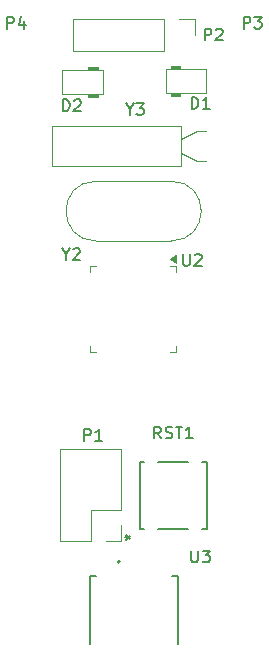
<source format=gbr>
%TF.GenerationSoftware,KiCad,Pcbnew,9.0.0*%
%TF.CreationDate,2025-02-28T11:04:11+07:00*%
%TF.ProjectId,SMT32_Bluepill,534d5433-325f-4426-9c75-6570696c6c2e,rev?*%
%TF.SameCoordinates,Original*%
%TF.FileFunction,Legend,Top*%
%TF.FilePolarity,Positive*%
%FSLAX46Y46*%
G04 Gerber Fmt 4.6, Leading zero omitted, Abs format (unit mm)*
G04 Created by KiCad (PCBNEW 9.0.0) date 2025-02-28 11:04:11*
%MOMM*%
%LPD*%
G01*
G04 APERTURE LIST*
%ADD10C,0.150000*%
%ADD11C,0.120000*%
%ADD12C,0.127000*%
%ADD13C,0.200000*%
%ADD14C,0.152400*%
G04 APERTURE END LIST*
D10*
X34138095Y-67054819D02*
X34138095Y-67864342D01*
X34138095Y-67864342D02*
X34185714Y-67959580D01*
X34185714Y-67959580D02*
X34233333Y-68007200D01*
X34233333Y-68007200D02*
X34328571Y-68054819D01*
X34328571Y-68054819D02*
X34519047Y-68054819D01*
X34519047Y-68054819D02*
X34614285Y-68007200D01*
X34614285Y-68007200D02*
X34661904Y-67959580D01*
X34661904Y-67959580D02*
X34709523Y-67864342D01*
X34709523Y-67864342D02*
X34709523Y-67054819D01*
X35138095Y-67150057D02*
X35185714Y-67102438D01*
X35185714Y-67102438D02*
X35280952Y-67054819D01*
X35280952Y-67054819D02*
X35519047Y-67054819D01*
X35519047Y-67054819D02*
X35614285Y-67102438D01*
X35614285Y-67102438D02*
X35661904Y-67150057D01*
X35661904Y-67150057D02*
X35709523Y-67245295D01*
X35709523Y-67245295D02*
X35709523Y-67340533D01*
X35709523Y-67340533D02*
X35661904Y-67483390D01*
X35661904Y-67483390D02*
X35090476Y-68054819D01*
X35090476Y-68054819D02*
X35709523Y-68054819D01*
X34838095Y-92154819D02*
X34838095Y-92964342D01*
X34838095Y-92964342D02*
X34885714Y-93059580D01*
X34885714Y-93059580D02*
X34933333Y-93107200D01*
X34933333Y-93107200D02*
X35028571Y-93154819D01*
X35028571Y-93154819D02*
X35219047Y-93154819D01*
X35219047Y-93154819D02*
X35314285Y-93107200D01*
X35314285Y-93107200D02*
X35361904Y-93059580D01*
X35361904Y-93059580D02*
X35409523Y-92964342D01*
X35409523Y-92964342D02*
X35409523Y-92154819D01*
X35790476Y-92154819D02*
X36409523Y-92154819D01*
X36409523Y-92154819D02*
X36076190Y-92535771D01*
X36076190Y-92535771D02*
X36219047Y-92535771D01*
X36219047Y-92535771D02*
X36314285Y-92583390D01*
X36314285Y-92583390D02*
X36361904Y-92631009D01*
X36361904Y-92631009D02*
X36409523Y-92726247D01*
X36409523Y-92726247D02*
X36409523Y-92964342D01*
X36409523Y-92964342D02*
X36361904Y-93059580D01*
X36361904Y-93059580D02*
X36314285Y-93107200D01*
X36314285Y-93107200D02*
X36219047Y-93154819D01*
X36219047Y-93154819D02*
X35933333Y-93154819D01*
X35933333Y-93154819D02*
X35838095Y-93107200D01*
X35838095Y-93107200D02*
X35790476Y-93059580D01*
X32276190Y-82654819D02*
X31942857Y-82178628D01*
X31704762Y-82654819D02*
X31704762Y-81654819D01*
X31704762Y-81654819D02*
X32085714Y-81654819D01*
X32085714Y-81654819D02*
X32180952Y-81702438D01*
X32180952Y-81702438D02*
X32228571Y-81750057D01*
X32228571Y-81750057D02*
X32276190Y-81845295D01*
X32276190Y-81845295D02*
X32276190Y-81988152D01*
X32276190Y-81988152D02*
X32228571Y-82083390D01*
X32228571Y-82083390D02*
X32180952Y-82131009D01*
X32180952Y-82131009D02*
X32085714Y-82178628D01*
X32085714Y-82178628D02*
X31704762Y-82178628D01*
X32657143Y-82607200D02*
X32800000Y-82654819D01*
X32800000Y-82654819D02*
X33038095Y-82654819D01*
X33038095Y-82654819D02*
X33133333Y-82607200D01*
X33133333Y-82607200D02*
X33180952Y-82559580D01*
X33180952Y-82559580D02*
X33228571Y-82464342D01*
X33228571Y-82464342D02*
X33228571Y-82369104D01*
X33228571Y-82369104D02*
X33180952Y-82273866D01*
X33180952Y-82273866D02*
X33133333Y-82226247D01*
X33133333Y-82226247D02*
X33038095Y-82178628D01*
X33038095Y-82178628D02*
X32847619Y-82131009D01*
X32847619Y-82131009D02*
X32752381Y-82083390D01*
X32752381Y-82083390D02*
X32704762Y-82035771D01*
X32704762Y-82035771D02*
X32657143Y-81940533D01*
X32657143Y-81940533D02*
X32657143Y-81845295D01*
X32657143Y-81845295D02*
X32704762Y-81750057D01*
X32704762Y-81750057D02*
X32752381Y-81702438D01*
X32752381Y-81702438D02*
X32847619Y-81654819D01*
X32847619Y-81654819D02*
X33085714Y-81654819D01*
X33085714Y-81654819D02*
X33228571Y-81702438D01*
X33514286Y-81654819D02*
X34085714Y-81654819D01*
X33800000Y-82654819D02*
X33800000Y-81654819D01*
X34942857Y-82654819D02*
X34371429Y-82654819D01*
X34657143Y-82654819D02*
X34657143Y-81654819D01*
X34657143Y-81654819D02*
X34561905Y-81797676D01*
X34561905Y-81797676D02*
X34466667Y-81892914D01*
X34466667Y-81892914D02*
X34371429Y-81940533D01*
X29203019Y-91035949D02*
X29441114Y-91035949D01*
X29345876Y-91274044D02*
X29441114Y-91035949D01*
X29441114Y-91035949D02*
X29345876Y-90797854D01*
X29631590Y-91178806D02*
X29441114Y-91035949D01*
X29441114Y-91035949D02*
X29631590Y-90893092D01*
X29203019Y-91035949D02*
X29441114Y-91035949D01*
X29345876Y-91274044D02*
X29441114Y-91035949D01*
X29441114Y-91035949D02*
X29345876Y-90797854D01*
X29631590Y-91178806D02*
X29441114Y-91035949D01*
X29441114Y-91035949D02*
X29631590Y-90893092D01*
X23961905Y-54954819D02*
X23961905Y-53954819D01*
X23961905Y-53954819D02*
X24200000Y-53954819D01*
X24200000Y-53954819D02*
X24342857Y-54002438D01*
X24342857Y-54002438D02*
X24438095Y-54097676D01*
X24438095Y-54097676D02*
X24485714Y-54192914D01*
X24485714Y-54192914D02*
X24533333Y-54383390D01*
X24533333Y-54383390D02*
X24533333Y-54526247D01*
X24533333Y-54526247D02*
X24485714Y-54716723D01*
X24485714Y-54716723D02*
X24438095Y-54811961D01*
X24438095Y-54811961D02*
X24342857Y-54907200D01*
X24342857Y-54907200D02*
X24200000Y-54954819D01*
X24200000Y-54954819D02*
X23961905Y-54954819D01*
X24914286Y-54050057D02*
X24961905Y-54002438D01*
X24961905Y-54002438D02*
X25057143Y-53954819D01*
X25057143Y-53954819D02*
X25295238Y-53954819D01*
X25295238Y-53954819D02*
X25390476Y-54002438D01*
X25390476Y-54002438D02*
X25438095Y-54050057D01*
X25438095Y-54050057D02*
X25485714Y-54145295D01*
X25485714Y-54145295D02*
X25485714Y-54240533D01*
X25485714Y-54240533D02*
X25438095Y-54383390D01*
X25438095Y-54383390D02*
X24866667Y-54954819D01*
X24866667Y-54954819D02*
X25485714Y-54954819D01*
X29623809Y-54778628D02*
X29623809Y-55254819D01*
X29290476Y-54254819D02*
X29623809Y-54778628D01*
X29623809Y-54778628D02*
X29957142Y-54254819D01*
X30195238Y-54254819D02*
X30814285Y-54254819D01*
X30814285Y-54254819D02*
X30480952Y-54635771D01*
X30480952Y-54635771D02*
X30623809Y-54635771D01*
X30623809Y-54635771D02*
X30719047Y-54683390D01*
X30719047Y-54683390D02*
X30766666Y-54731009D01*
X30766666Y-54731009D02*
X30814285Y-54826247D01*
X30814285Y-54826247D02*
X30814285Y-55064342D01*
X30814285Y-55064342D02*
X30766666Y-55159580D01*
X30766666Y-55159580D02*
X30719047Y-55207200D01*
X30719047Y-55207200D02*
X30623809Y-55254819D01*
X30623809Y-55254819D02*
X30338095Y-55254819D01*
X30338095Y-55254819D02*
X30242857Y-55207200D01*
X30242857Y-55207200D02*
X30195238Y-55159580D01*
X34861905Y-54754819D02*
X34861905Y-53754819D01*
X34861905Y-53754819D02*
X35100000Y-53754819D01*
X35100000Y-53754819D02*
X35242857Y-53802438D01*
X35242857Y-53802438D02*
X35338095Y-53897676D01*
X35338095Y-53897676D02*
X35385714Y-53992914D01*
X35385714Y-53992914D02*
X35433333Y-54183390D01*
X35433333Y-54183390D02*
X35433333Y-54326247D01*
X35433333Y-54326247D02*
X35385714Y-54516723D01*
X35385714Y-54516723D02*
X35338095Y-54611961D01*
X35338095Y-54611961D02*
X35242857Y-54707200D01*
X35242857Y-54707200D02*
X35100000Y-54754819D01*
X35100000Y-54754819D02*
X34861905Y-54754819D01*
X36385714Y-54754819D02*
X35814286Y-54754819D01*
X36100000Y-54754819D02*
X36100000Y-53754819D01*
X36100000Y-53754819D02*
X36004762Y-53897676D01*
X36004762Y-53897676D02*
X35909524Y-53992914D01*
X35909524Y-53992914D02*
X35814286Y-54040533D01*
X24223809Y-67078628D02*
X24223809Y-67554819D01*
X23890476Y-66554819D02*
X24223809Y-67078628D01*
X24223809Y-67078628D02*
X24557142Y-66554819D01*
X24842857Y-66650057D02*
X24890476Y-66602438D01*
X24890476Y-66602438D02*
X24985714Y-66554819D01*
X24985714Y-66554819D02*
X25223809Y-66554819D01*
X25223809Y-66554819D02*
X25319047Y-66602438D01*
X25319047Y-66602438D02*
X25366666Y-66650057D01*
X25366666Y-66650057D02*
X25414285Y-66745295D01*
X25414285Y-66745295D02*
X25414285Y-66840533D01*
X25414285Y-66840533D02*
X25366666Y-66983390D01*
X25366666Y-66983390D02*
X24795238Y-67554819D01*
X24795238Y-67554819D02*
X25414285Y-67554819D01*
X25761905Y-82854819D02*
X25761905Y-81854819D01*
X25761905Y-81854819D02*
X26142857Y-81854819D01*
X26142857Y-81854819D02*
X26238095Y-81902438D01*
X26238095Y-81902438D02*
X26285714Y-81950057D01*
X26285714Y-81950057D02*
X26333333Y-82045295D01*
X26333333Y-82045295D02*
X26333333Y-82188152D01*
X26333333Y-82188152D02*
X26285714Y-82283390D01*
X26285714Y-82283390D02*
X26238095Y-82331009D01*
X26238095Y-82331009D02*
X26142857Y-82378628D01*
X26142857Y-82378628D02*
X25761905Y-82378628D01*
X27285714Y-82854819D02*
X26714286Y-82854819D01*
X27000000Y-82854819D02*
X27000000Y-81854819D01*
X27000000Y-81854819D02*
X26904762Y-81997676D01*
X26904762Y-81997676D02*
X26809524Y-82092914D01*
X26809524Y-82092914D02*
X26714286Y-82140533D01*
X35961905Y-48954819D02*
X35961905Y-47954819D01*
X35961905Y-47954819D02*
X36342857Y-47954819D01*
X36342857Y-47954819D02*
X36438095Y-48002438D01*
X36438095Y-48002438D02*
X36485714Y-48050057D01*
X36485714Y-48050057D02*
X36533333Y-48145295D01*
X36533333Y-48145295D02*
X36533333Y-48288152D01*
X36533333Y-48288152D02*
X36485714Y-48383390D01*
X36485714Y-48383390D02*
X36438095Y-48431009D01*
X36438095Y-48431009D02*
X36342857Y-48478628D01*
X36342857Y-48478628D02*
X35961905Y-48478628D01*
X36914286Y-48050057D02*
X36961905Y-48002438D01*
X36961905Y-48002438D02*
X37057143Y-47954819D01*
X37057143Y-47954819D02*
X37295238Y-47954819D01*
X37295238Y-47954819D02*
X37390476Y-48002438D01*
X37390476Y-48002438D02*
X37438095Y-48050057D01*
X37438095Y-48050057D02*
X37485714Y-48145295D01*
X37485714Y-48145295D02*
X37485714Y-48240533D01*
X37485714Y-48240533D02*
X37438095Y-48383390D01*
X37438095Y-48383390D02*
X36866667Y-48954819D01*
X36866667Y-48954819D02*
X37485714Y-48954819D01*
X19261905Y-47954819D02*
X19261905Y-46954819D01*
X19261905Y-46954819D02*
X19642857Y-46954819D01*
X19642857Y-46954819D02*
X19738095Y-47002438D01*
X19738095Y-47002438D02*
X19785714Y-47050057D01*
X19785714Y-47050057D02*
X19833333Y-47145295D01*
X19833333Y-47145295D02*
X19833333Y-47288152D01*
X19833333Y-47288152D02*
X19785714Y-47383390D01*
X19785714Y-47383390D02*
X19738095Y-47431009D01*
X19738095Y-47431009D02*
X19642857Y-47478628D01*
X19642857Y-47478628D02*
X19261905Y-47478628D01*
X20690476Y-47288152D02*
X20690476Y-47954819D01*
X20452381Y-46907200D02*
X20214286Y-47621485D01*
X20214286Y-47621485D02*
X20833333Y-47621485D01*
X39261905Y-47954819D02*
X39261905Y-46954819D01*
X39261905Y-46954819D02*
X39642857Y-46954819D01*
X39642857Y-46954819D02*
X39738095Y-47002438D01*
X39738095Y-47002438D02*
X39785714Y-47050057D01*
X39785714Y-47050057D02*
X39833333Y-47145295D01*
X39833333Y-47145295D02*
X39833333Y-47288152D01*
X39833333Y-47288152D02*
X39785714Y-47383390D01*
X39785714Y-47383390D02*
X39738095Y-47431009D01*
X39738095Y-47431009D02*
X39642857Y-47478628D01*
X39642857Y-47478628D02*
X39261905Y-47478628D01*
X40166667Y-46954819D02*
X40785714Y-46954819D01*
X40785714Y-46954819D02*
X40452381Y-47335771D01*
X40452381Y-47335771D02*
X40595238Y-47335771D01*
X40595238Y-47335771D02*
X40690476Y-47383390D01*
X40690476Y-47383390D02*
X40738095Y-47431009D01*
X40738095Y-47431009D02*
X40785714Y-47526247D01*
X40785714Y-47526247D02*
X40785714Y-47764342D01*
X40785714Y-47764342D02*
X40738095Y-47859580D01*
X40738095Y-47859580D02*
X40690476Y-47907200D01*
X40690476Y-47907200D02*
X40595238Y-47954819D01*
X40595238Y-47954819D02*
X40309524Y-47954819D01*
X40309524Y-47954819D02*
X40214286Y-47907200D01*
X40214286Y-47907200D02*
X40166667Y-47859580D01*
D11*
%TO.C,U2*%
X26290000Y-68090000D02*
X26740000Y-68090000D01*
X26290000Y-68540000D02*
X26290000Y-68090000D01*
X26290000Y-74860000D02*
X26290000Y-75310000D01*
X26290000Y-75310000D02*
X26740000Y-75310000D01*
X33510000Y-68090000D02*
X33060000Y-68090000D01*
X33510000Y-68540000D02*
X33510000Y-68090000D01*
X33510000Y-74860000D02*
X33510000Y-75310000D01*
X33510000Y-75310000D02*
X33060000Y-75310000D01*
X33530000Y-67840000D02*
X33060000Y-67500000D01*
X33530000Y-67160000D01*
X33530000Y-67840000D01*
G36*
X33530000Y-67840000D02*
G01*
X33060000Y-67500000D01*
X33530000Y-67160000D01*
X33530000Y-67840000D01*
G37*
D12*
%TO.C,U3*%
X26250000Y-94300000D02*
X26780000Y-94300000D01*
X26250000Y-100100000D02*
X26250000Y-94300000D01*
X33220000Y-94300000D02*
X33750000Y-94300000D01*
X33750000Y-94300000D02*
X33750000Y-100100000D01*
D13*
X28800000Y-93100000D02*
G75*
G02*
X28600000Y-93100000I-100000J0D01*
G01*
X28600000Y-93100000D02*
G75*
G02*
X28800000Y-93100000I100000J0D01*
G01*
D14*
%TO.C,RST1*%
X30467900Y-84667900D02*
X30467900Y-90332100D01*
X30467900Y-90332100D02*
X30837861Y-90332100D01*
X30837861Y-84667900D02*
X30467900Y-84667900D01*
X32062141Y-90332100D02*
X34537859Y-90332100D01*
X34537859Y-84667900D02*
X32062141Y-84667900D01*
X35762139Y-90332100D02*
X36132100Y-90332100D01*
X36132100Y-84667900D02*
X35762139Y-84667900D01*
X36132100Y-90332100D02*
X36132100Y-84667900D01*
%TO.C,D2*%
D11*
X26931250Y-51468750D02*
X26131250Y-51468750D01*
X26131250Y-51168750D01*
X26931250Y-51168750D01*
X26931250Y-51468750D01*
G36*
X26931250Y-51468750D02*
G01*
X26131250Y-51468750D01*
X26131250Y-51168750D01*
X26931250Y-51168750D01*
X26931250Y-51468750D01*
G37*
X26931250Y-53768750D02*
X26131250Y-53768750D01*
X26131250Y-53468750D01*
X26931250Y-53468750D01*
X26931250Y-53768750D01*
G36*
X26931250Y-53768750D02*
G01*
X26131250Y-53768750D01*
X26131250Y-53468750D01*
X26931250Y-53468750D01*
X26931250Y-53768750D01*
G37*
X27331250Y-53468750D02*
X23931250Y-53468750D01*
X23931250Y-51468750D01*
X27331250Y-51468750D01*
X27331250Y-53468750D01*
%TO.C,Y3*%
X23050000Y-56170000D02*
X23050000Y-59570000D01*
X23050000Y-59570000D02*
X33950000Y-59570000D01*
X33950000Y-56170000D02*
X23050000Y-56170000D01*
X33950000Y-57270000D02*
X35350000Y-56600000D01*
X33950000Y-58470000D02*
X35350000Y-59140000D01*
X33950000Y-59570000D02*
X33950000Y-56170000D01*
X35350000Y-56600000D02*
X36050000Y-56600000D01*
X35350000Y-59140000D02*
X36050000Y-59140000D01*
%TO.C,D1*%
X32700000Y-51400000D02*
X36100000Y-51400000D01*
X36100000Y-53400000D01*
X32700000Y-53400000D01*
X32700000Y-51400000D01*
X33100000Y-51100000D02*
X33900000Y-51100000D01*
X33900000Y-51400000D01*
X33100000Y-51400000D01*
X33100000Y-51100000D01*
G36*
X33100000Y-51100000D02*
G01*
X33900000Y-51100000D01*
X33900000Y-51400000D01*
X33100000Y-51400000D01*
X33100000Y-51100000D01*
G37*
X33100000Y-53400000D02*
X33900000Y-53400000D01*
X33900000Y-53700000D01*
X33100000Y-53700000D01*
X33100000Y-53400000D01*
G36*
X33100000Y-53400000D02*
G01*
X33900000Y-53400000D01*
X33900000Y-53700000D01*
X33100000Y-53700000D01*
X33100000Y-53400000D01*
G37*
%TO.C,Y2*%
X33160000Y-60875000D02*
X26760000Y-60875000D01*
X33160000Y-65925000D02*
X26760000Y-65925000D01*
X26760000Y-65925000D02*
G75*
G02*
X26760000Y-60875000I0J2525000D01*
G01*
X33160000Y-60875000D02*
G75*
G02*
X33160000Y-65925000I0J-2525000D01*
G01*
%TO.C,P1*%
X23730000Y-91330000D02*
X23730000Y-83590000D01*
X26330000Y-88730000D02*
X26330000Y-91330000D01*
X26330000Y-91330000D02*
X23730000Y-91330000D01*
X28930000Y-83590000D02*
X23730000Y-83590000D01*
X28930000Y-88730000D02*
X26330000Y-88730000D01*
X28930000Y-88730000D02*
X28930000Y-83590000D01*
X28930000Y-90000000D02*
X28930000Y-91330000D01*
X28930000Y-91330000D02*
X27600000Y-91330000D01*
%TO.C,P2*%
X24850000Y-47170000D02*
X24850000Y-49830000D01*
X32530000Y-47170000D02*
X24850000Y-47170000D01*
X32530000Y-47170000D02*
X32530000Y-49830000D01*
X32530000Y-49830000D02*
X24850000Y-49830000D01*
X33800000Y-47170000D02*
X35130000Y-47170000D01*
X35130000Y-47170000D02*
X35130000Y-48500000D01*
%TD*%
M02*

</source>
